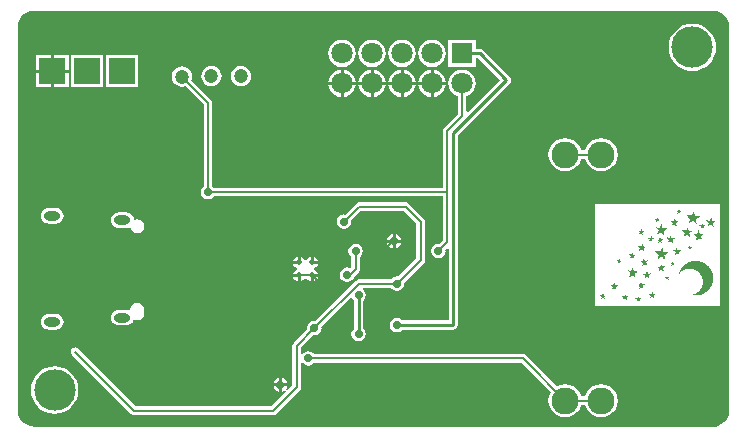
<source format=gbl>
G04 Layer_Physical_Order=2*
G04 Layer_Color=11436288*
%FSLAX24Y24*%
%MOIN*%
G70*
G01*
G75*
%ADD27C,0.0079*%
%ADD28C,0.0100*%
%ADD29C,0.0083*%
%ADD30R,0.0709X0.0709*%
%ADD31C,0.0709*%
%ADD32C,0.0900*%
%ADD33O,0.0551X0.0315*%
%ADD34R,0.0886X0.0886*%
%ADD35C,0.0472*%
%ADD36C,0.0276*%
%ADD37C,0.1378*%
%ADD38C,0.0197*%
G36*
X27068Y17759D02*
X27114Y17754D01*
X27206Y17742D01*
X27335Y17689D01*
X27446Y17604D01*
X27531Y17493D01*
X27585Y17363D01*
X27597Y17271D01*
X27602Y17225D01*
X27599Y17224D01*
Y17224D01*
X27599Y17178D01*
Y17178D01*
X27602Y4478D01*
X27599Y4429D01*
Y4429D01*
Y4429D01*
X27597Y4380D01*
X27597Y4380D01*
X27585Y4290D01*
X27531Y4161D01*
X27446Y4050D01*
X27335Y3965D01*
X27245Y3927D01*
X27197Y3914D01*
X27197D01*
X27197Y3914D01*
X27151Y3897D01*
X4428Y3895D01*
X4428Y3895D01*
X4382Y3899D01*
X4290Y3911D01*
X4161Y3965D01*
X4050Y4050D01*
X3965Y4161D01*
X3911Y4290D01*
X3900Y4379D01*
X3893Y4428D01*
X3897Y4429D01*
X3897Y4429D01*
X3897Y4476D01*
X3895Y17225D01*
X3895Y17225D01*
X3899Y17271D01*
X3911Y17363D01*
X3965Y17493D01*
X4050Y17604D01*
X4161Y17689D01*
X4290Y17742D01*
X4381Y17754D01*
X4430Y17756D01*
X4478Y17756D01*
X27021Y17759D01*
X27068Y17759D01*
X27068Y17759D01*
D02*
G37*
%LPC*%
G36*
X16387Y10310D02*
X16344Y10301D01*
X16266Y10248D01*
X16213Y10170D01*
X16204Y10127D01*
X16387D01*
Y10310D01*
D02*
G37*
G36*
X16487D02*
Y10127D01*
X16670D01*
X16661Y10170D01*
X16608Y10248D01*
X16530Y10301D01*
X16487Y10310D01*
D02*
G37*
G36*
X7500Y11039D02*
X7264D01*
X7197Y11030D01*
X7134Y11004D01*
X7080Y10963D01*
X7039Y10909D01*
X7013Y10847D01*
X7004Y10780D01*
X7013Y10712D01*
X7039Y10650D01*
X7080Y10596D01*
X7134Y10555D01*
X7197Y10529D01*
X7264Y10520D01*
X7500D01*
X7567Y10529D01*
X7597Y10541D01*
X7653Y10513D01*
X7659Y10482D01*
X7710Y10407D01*
X7785Y10356D01*
X7874Y10338D01*
X7963Y10356D01*
X8038Y10407D01*
X8089Y10482D01*
X8106Y10571D01*
X8089Y10660D01*
X8038Y10735D01*
X7963Y10786D01*
X7874Y10803D01*
X7809Y10790D01*
X7759Y10818D01*
X7754Y10825D01*
X7751Y10847D01*
X7725Y10909D01*
X7684Y10963D01*
X7630Y11004D01*
X7567Y11030D01*
X7500Y11039D01*
D02*
G37*
G36*
X13651Y9562D02*
X13623Y9557D01*
X13558Y9513D01*
X13514Y9448D01*
X13510Y9427D01*
X13459D01*
X13455Y9448D01*
X13411Y9513D01*
X13345Y9557D01*
X13318Y9562D01*
Y9370D01*
X13268D01*
Y9320D01*
X13075D01*
X13081Y9293D01*
X13125Y9227D01*
X13190Y9183D01*
X13211Y9179D01*
Y9128D01*
X13190Y9124D01*
X13125Y9080D01*
X13081Y9014D01*
X13075Y8987D01*
X13268D01*
Y8937D01*
X13318D01*
Y8745D01*
X13345Y8750D01*
X13411Y8794D01*
X13455Y8860D01*
X13459Y8880D01*
X13510D01*
X13514Y8860D01*
X13558Y8794D01*
X13623Y8750D01*
X13651Y8745D01*
Y8937D01*
X13701D01*
Y8987D01*
X13893D01*
X13888Y9014D01*
X13844Y9080D01*
X13778Y9124D01*
X13757Y9128D01*
Y9179D01*
X13778Y9183D01*
X13844Y9227D01*
X13888Y9293D01*
X13893Y9320D01*
X13701D01*
Y9370D01*
X13651D01*
Y9562D01*
D02*
G37*
G36*
X16387Y10027D02*
X16204D01*
X16213Y9984D01*
X16266Y9906D01*
X16344Y9853D01*
X16387Y9844D01*
Y10027D01*
D02*
G37*
G36*
X16670D02*
X16487D01*
Y9844D01*
X16530Y9853D01*
X16608Y9906D01*
X16661Y9984D01*
X16670Y10027D01*
D02*
G37*
G36*
X14651Y15289D02*
X14249D01*
X14258Y15220D01*
X14304Y15109D01*
X14377Y15015D01*
X14472Y14942D01*
X14582Y14896D01*
X14651Y14887D01*
Y15289D01*
D02*
G37*
G36*
X15152D02*
X14751D01*
Y14887D01*
X14819Y14896D01*
X14930Y14942D01*
X15025Y15015D01*
X15098Y15109D01*
X15143Y15220D01*
X15152Y15289D01*
D02*
G37*
G36*
X15651D02*
X15249D01*
X15258Y15220D01*
X15304Y15109D01*
X15377Y15015D01*
X15472Y14942D01*
X15582Y14896D01*
X15651Y14887D01*
Y15289D01*
D02*
G37*
G36*
X5157Y11181D02*
X4921D01*
X4854Y11172D01*
X4791Y11146D01*
X4738Y11105D01*
X4696Y11051D01*
X4670Y10988D01*
X4662Y10921D01*
X4670Y10854D01*
X4696Y10791D01*
X4738Y10738D01*
X4791Y10696D01*
X4854Y10670D01*
X4921Y10662D01*
X5157D01*
X5225Y10670D01*
X5287Y10696D01*
X5341Y10738D01*
X5382Y10791D01*
X5408Y10854D01*
X5417Y10921D01*
X5408Y10988D01*
X5382Y11051D01*
X5341Y11105D01*
X5287Y11146D01*
X5225Y11172D01*
X5157Y11181D01*
D02*
G37*
G36*
X23336Y13513D02*
X23193Y13494D01*
X23059Y13439D01*
X22944Y13351D01*
X22856Y13236D01*
X22801Y13102D01*
X22672D01*
X22617Y13236D01*
X22528Y13351D01*
X22414Y13439D01*
X22280Y13494D01*
X22136Y13513D01*
X21993Y13494D01*
X21859Y13439D01*
X21744Y13351D01*
X21656Y13236D01*
X21600Y13102D01*
X21581Y12958D01*
X21600Y12815D01*
X21656Y12681D01*
X21744Y12566D01*
X21859Y12478D01*
X21993Y12422D01*
X22136Y12404D01*
X22280Y12422D01*
X22414Y12478D01*
X22528Y12566D01*
X22617Y12681D01*
X22672Y12814D01*
X22801D01*
X22856Y12681D01*
X22944Y12566D01*
X23059Y12478D01*
X23193Y12422D01*
X23336Y12404D01*
X23480Y12422D01*
X23614Y12478D01*
X23728Y12566D01*
X23817Y12681D01*
X23872Y12815D01*
X23891Y12958D01*
X23872Y13102D01*
X23817Y13236D01*
X23728Y13351D01*
X23614Y13439D01*
X23480Y13494D01*
X23336Y13513D01*
D02*
G37*
G36*
X19155Y16793D02*
X18246D01*
Y15884D01*
X19155D01*
Y16186D01*
X19228D01*
X19961Y15453D01*
X18891Y14383D01*
X18845Y14402D01*
Y14907D01*
X18930Y14942D01*
X19025Y15015D01*
X19098Y15109D01*
X19143Y15220D01*
X19159Y15339D01*
X19143Y15457D01*
X19098Y15568D01*
X19025Y15663D01*
X18930Y15735D01*
X18819Y15781D01*
X18701Y15797D01*
X18582Y15781D01*
X18472Y15735D01*
X18377Y15663D01*
X18304Y15568D01*
X18258Y15457D01*
X18243Y15339D01*
X18258Y15220D01*
X18304Y15109D01*
X18377Y15015D01*
X18472Y14942D01*
X18557Y14907D01*
Y14307D01*
X18112Y13862D01*
X18081Y13816D01*
X18070Y13760D01*
Y11857D01*
X10426D01*
X10408Y11884D01*
X10380Y11902D01*
Y14693D01*
X10369Y14748D01*
X10338Y14795D01*
X9683Y15450D01*
X9694Y15475D01*
X9706Y15563D01*
X9694Y15651D01*
X9660Y15732D01*
X9606Y15803D01*
X9536Y15857D01*
X9454Y15890D01*
X9366Y15902D01*
X9279Y15890D01*
X9197Y15857D01*
X9127Y15803D01*
X9073Y15732D01*
X9039Y15651D01*
X9027Y15563D01*
X9039Y15475D01*
X9073Y15393D01*
X9127Y15323D01*
X9197Y15269D01*
X9279Y15235D01*
X9366Y15224D01*
X9454Y15235D01*
X9480Y15246D01*
X10092Y14633D01*
Y11902D01*
X10065Y11884D01*
X10012Y11805D01*
X9994Y11713D01*
X10012Y11620D01*
X10065Y11541D01*
X10143Y11489D01*
X10236Y11470D01*
X10329Y11489D01*
X10408Y11541D01*
X10426Y11568D01*
X18070D01*
Y10105D01*
X17946Y9980D01*
X17913Y9987D01*
X17821Y9968D01*
X17742Y9916D01*
X17689Y9837D01*
X17671Y9744D01*
X17689Y9651D01*
X17742Y9573D01*
X17821Y9520D01*
X17913Y9502D01*
X18006Y9520D01*
X18085Y9573D01*
X18137Y9651D01*
X18156Y9744D01*
X18149Y9776D01*
X18206Y9833D01*
X18253Y9814D01*
Y7436D01*
X16719D01*
X16707Y7455D01*
X16628Y7507D01*
X16535Y7526D01*
X16443Y7507D01*
X16364Y7455D01*
X16311Y7376D01*
X16293Y7283D01*
X16311Y7191D01*
X16364Y7112D01*
X16443Y7059D01*
X16535Y7041D01*
X16628Y7059D01*
X16707Y7112D01*
X16719Y7131D01*
X18406D01*
X18464Y7142D01*
X18514Y7175D01*
X18547Y7225D01*
X18558Y7283D01*
Y11594D01*
Y13618D01*
X20285Y15345D01*
X20318Y15394D01*
X20330Y15453D01*
X20318Y15511D01*
X20285Y15561D01*
X19399Y16447D01*
X19350Y16480D01*
X19291Y16492D01*
X19155D01*
Y16793D01*
D02*
G37*
G36*
X13751Y9562D02*
Y9420D01*
X13893D01*
X13888Y9448D01*
X13844Y9513D01*
X13778Y9557D01*
X13751Y9562D01*
D02*
G37*
G36*
X12700Y5523D02*
Y5340D01*
X12883D01*
X12874Y5383D01*
X12821Y5461D01*
X12743Y5514D01*
X12700Y5523D01*
D02*
G37*
G36*
X5157Y7646D02*
X4921D01*
X4854Y7637D01*
X4791Y7611D01*
X4738Y7569D01*
X4696Y7516D01*
X4670Y7453D01*
X4662Y7386D01*
X4670Y7319D01*
X4696Y7256D01*
X4738Y7202D01*
X4791Y7161D01*
X4854Y7135D01*
X4921Y7126D01*
X5157D01*
X5225Y7135D01*
X5287Y7161D01*
X5341Y7202D01*
X5382Y7256D01*
X5408Y7319D01*
X5417Y7386D01*
X5408Y7453D01*
X5382Y7516D01*
X5341Y7569D01*
X5287Y7611D01*
X5225Y7637D01*
X5157Y7646D01*
D02*
G37*
G36*
X7874Y8028D02*
X7785Y8010D01*
X7710Y7960D01*
X7659Y7884D01*
X7643Y7801D01*
X7635Y7792D01*
X7592Y7768D01*
X7567Y7778D01*
X7500Y7787D01*
X7264D01*
X7197Y7778D01*
X7134Y7752D01*
X7080Y7711D01*
X7039Y7657D01*
X7013Y7595D01*
X7004Y7528D01*
X7013Y7460D01*
X7039Y7398D01*
X7080Y7344D01*
X7134Y7303D01*
X7197Y7277D01*
X7264Y7268D01*
X7500D01*
X7567Y7277D01*
X7630Y7303D01*
X7684Y7344D01*
X7725Y7398D01*
X7739Y7433D01*
X7781Y7460D01*
X7801Y7459D01*
X7874Y7445D01*
X7963Y7462D01*
X8038Y7513D01*
X8089Y7588D01*
X8106Y7677D01*
Y7795D01*
X8089Y7884D01*
X8038Y7960D01*
X7963Y8010D01*
X7874Y8028D01*
D02*
G37*
G36*
X5118Y5911D02*
X4963Y5896D01*
X4815Y5851D01*
X4678Y5777D01*
X4558Y5679D01*
X4459Y5559D01*
X4386Y5422D01*
X4341Y5273D01*
X4325Y5118D01*
X4341Y4963D01*
X4386Y4815D01*
X4459Y4678D01*
X4558Y4558D01*
X4678Y4459D01*
X4815Y4386D01*
X4963Y4341D01*
X5118Y4325D01*
X5273Y4341D01*
X5422Y4386D01*
X5559Y4459D01*
X5679Y4558D01*
X5777Y4678D01*
X5851Y4815D01*
X5896Y4963D01*
X5911Y5118D01*
X5896Y5273D01*
X5851Y5422D01*
X5777Y5559D01*
X5679Y5679D01*
X5559Y5777D01*
X5422Y5851D01*
X5273Y5896D01*
X5118Y5911D01*
D02*
G37*
G36*
X12600Y5240D02*
X12417D01*
X12426Y5197D01*
X12479Y5119D01*
X12557Y5066D01*
X12600Y5057D01*
Y5240D01*
D02*
G37*
G36*
Y5523D02*
X12557Y5514D01*
X12479Y5461D01*
X12426Y5383D01*
X12417Y5340D01*
X12600D01*
Y5523D01*
D02*
G37*
G36*
X16831Y11365D02*
X15256D01*
X15201Y11354D01*
X15154Y11322D01*
X14796Y10964D01*
X14764Y10971D01*
X14671Y10952D01*
X14592Y10900D01*
X14540Y10821D01*
X14521Y10728D01*
X14540Y10636D01*
X14592Y10557D01*
X14671Y10504D01*
X14764Y10486D01*
X14857Y10504D01*
X14935Y10557D01*
X14988Y10636D01*
X15006Y10728D01*
X15000Y10761D01*
X15316Y11076D01*
X16771D01*
X17179Y10669D01*
Y9509D01*
X16568Y8897D01*
X16535Y8904D01*
X16443Y8885D01*
X16364Y8833D01*
X16346Y8806D01*
X15255D01*
X15200Y8795D01*
X15153Y8763D01*
X13811Y7421D01*
X13780Y7427D01*
X13687Y7409D01*
X13608Y7356D01*
X13556Y7278D01*
X13537Y7185D01*
X13543Y7153D01*
X13087Y6696D01*
X13056Y6650D01*
X13045Y6594D01*
Y5276D01*
X12870Y5102D01*
X12834Y5131D01*
X12833Y5133D01*
X12832Y5133D01*
X12831Y5133D01*
X12838Y5144D01*
X12838Y5144D01*
X12874Y5197D01*
X12883Y5240D01*
X12700D01*
Y5057D01*
X12743Y5066D01*
X12796Y5102D01*
Y5102D01*
X12807Y5109D01*
X12807Y5108D01*
X12807Y5107D01*
X12809Y5106D01*
X12838Y5070D01*
X12342Y4573D01*
X7835D01*
X5909Y6500D01*
X5862Y6531D01*
X5807Y6542D01*
X5752Y6531D01*
X5705Y6500D01*
X5674Y6453D01*
X5663Y6398D01*
X5674Y6342D01*
X5705Y6296D01*
X7674Y4327D01*
X7720Y4296D01*
X7776Y4285D01*
X12402D01*
X12457Y4296D01*
X12503Y4327D01*
X13291Y5115D01*
X13322Y5161D01*
X13333Y5217D01*
Y6022D01*
X13383Y6037D01*
X13409Y5999D01*
X13487Y5946D01*
X13580Y5928D01*
X13673Y5946D01*
X13751Y5999D01*
X13770Y6026D01*
X20665D01*
X21656Y5035D01*
X21600Y4902D01*
X21581Y4758D01*
X21600Y4615D01*
X21656Y4481D01*
X21744Y4366D01*
X21859Y4278D01*
X21993Y4222D01*
X22136Y4204D01*
X22280Y4222D01*
X22414Y4278D01*
X22528Y4366D01*
X22617Y4481D01*
X22672Y4614D01*
X22801D01*
X22856Y4481D01*
X22944Y4366D01*
X23059Y4278D01*
X23193Y4222D01*
X23336Y4204D01*
X23480Y4222D01*
X23614Y4278D01*
X23728Y4366D01*
X23817Y4481D01*
X23872Y4615D01*
X23891Y4758D01*
X23872Y4902D01*
X23817Y5036D01*
X23728Y5151D01*
X23614Y5239D01*
X23480Y5294D01*
X23336Y5313D01*
X23193Y5294D01*
X23059Y5239D01*
X22944Y5151D01*
X22856Y5036D01*
X22801Y4902D01*
X22672D01*
X22617Y5036D01*
X22528Y5151D01*
X22414Y5239D01*
X22280Y5294D01*
X22136Y5313D01*
X21993Y5294D01*
X21859Y5239D01*
X20826Y6272D01*
X20780Y6303D01*
X20724Y6314D01*
X13770D01*
X13751Y6341D01*
X13673Y6394D01*
X13580Y6412D01*
X13487Y6394D01*
X13409Y6341D01*
X13383Y6303D01*
X13333Y6318D01*
Y6535D01*
X13747Y6949D01*
X13780Y6943D01*
X13872Y6961D01*
X13951Y7014D01*
X14004Y7092D01*
X14022Y7185D01*
X14015Y7218D01*
X14985Y8188D01*
X15036Y8168D01*
X15084Y8096D01*
X15103Y8084D01*
Y7172D01*
X15084Y7160D01*
X15032Y7081D01*
X15013Y6988D01*
X15032Y6895D01*
X15084Y6817D01*
X15163Y6764D01*
X15256Y6746D01*
X15349Y6764D01*
X15427Y6817D01*
X15480Y6895D01*
X15498Y6988D01*
X15480Y7081D01*
X15427Y7160D01*
X15409Y7172D01*
Y8084D01*
X15427Y8096D01*
X15480Y8175D01*
X15498Y8268D01*
X15480Y8360D01*
X15427Y8439D01*
X15385Y8467D01*
X15400Y8517D01*
X16346D01*
X16364Y8490D01*
X16443Y8437D01*
X16535Y8419D01*
X16628Y8437D01*
X16707Y8490D01*
X16759Y8569D01*
X16778Y8661D01*
X16771Y8694D01*
X17425Y9347D01*
X17456Y9394D01*
X17467Y9449D01*
Y10728D01*
X17456Y10783D01*
X17425Y10830D01*
X16933Y11322D01*
X16886Y11354D01*
X16831Y11365D01*
D02*
G37*
G36*
X15157Y9987D02*
X15065Y9968D01*
X14986Y9916D01*
X14933Y9837D01*
X14915Y9744D01*
X14933Y9651D01*
X14986Y9573D01*
X15015Y9553D01*
Y9212D01*
X14972Y9169D01*
X14955Y9181D01*
X14862Y9199D01*
X14769Y9181D01*
X14691Y9128D01*
X14638Y9049D01*
X14620Y8957D01*
X14638Y8864D01*
X14691Y8785D01*
X14769Y8733D01*
X14862Y8714D01*
X14955Y8733D01*
X15034Y8785D01*
X15086Y8864D01*
X15091Y8886D01*
X15258Y9053D01*
X15289Y9099D01*
X15300Y9154D01*
Y9553D01*
X15329Y9573D01*
X15381Y9651D01*
X15400Y9744D01*
X15381Y9837D01*
X15329Y9916D01*
X15250Y9968D01*
X15157Y9987D01*
D02*
G37*
G36*
X13218Y9562D02*
X13190Y9557D01*
X13125Y9513D01*
X13081Y9448D01*
X13075Y9420D01*
X13218D01*
Y9562D01*
D02*
G37*
G36*
X27315Y11304D02*
X23148D01*
Y7914D01*
X27315D01*
Y11304D01*
D02*
G37*
G36*
X13218Y8887D02*
X13075D01*
X13081Y8860D01*
X13125Y8794D01*
X13190Y8750D01*
X13218Y8745D01*
Y8887D01*
D02*
G37*
G36*
X13893D02*
X13751D01*
Y8745D01*
X13778Y8750D01*
X13844Y8794D01*
X13888Y8860D01*
X13893Y8887D01*
D02*
G37*
G36*
X16751Y15790D02*
Y15389D01*
X17152D01*
X17143Y15457D01*
X17098Y15568D01*
X17025Y15663D01*
X16930Y15735D01*
X16819Y15781D01*
X16751Y15790D01*
D02*
G37*
G36*
X17651D02*
X17582Y15781D01*
X17472Y15735D01*
X17377Y15663D01*
X17304Y15568D01*
X17258Y15457D01*
X17249Y15389D01*
X17651D01*
Y15790D01*
D02*
G37*
G36*
X17751D02*
Y15389D01*
X18152D01*
X18143Y15457D01*
X18098Y15568D01*
X18025Y15663D01*
X17930Y15735D01*
X17819Y15781D01*
X17751Y15790D01*
D02*
G37*
G36*
X15651D02*
X15582Y15781D01*
X15472Y15735D01*
X15377Y15663D01*
X15304Y15568D01*
X15258Y15457D01*
X15249Y15389D01*
X15651D01*
Y15790D01*
D02*
G37*
G36*
X15751D02*
Y15389D01*
X16152D01*
X16143Y15457D01*
X16098Y15568D01*
X16025Y15663D01*
X15930Y15735D01*
X15819Y15781D01*
X15751Y15790D01*
D02*
G37*
G36*
X16651D02*
X16582Y15781D01*
X16472Y15735D01*
X16377Y15663D01*
X16304Y15568D01*
X16258Y15457D01*
X16249Y15389D01*
X16651D01*
Y15790D01*
D02*
G37*
G36*
X26378Y17328D02*
X26223Y17313D01*
X26075Y17268D01*
X25938Y17195D01*
X25817Y17096D01*
X25719Y16976D01*
X25646Y16839D01*
X25600Y16690D01*
X25585Y16535D01*
X25600Y16381D01*
X25646Y16232D01*
X25719Y16095D01*
X25817Y15975D01*
X25938Y15876D01*
X26075Y15803D01*
X26223Y15758D01*
X26378Y15743D01*
X26533Y15758D01*
X26681Y15803D01*
X26818Y15876D01*
X26939Y15975D01*
X27037Y16095D01*
X27110Y16232D01*
X27156Y16381D01*
X27171Y16535D01*
X27156Y16690D01*
X27110Y16839D01*
X27037Y16976D01*
X26939Y17096D01*
X26818Y17195D01*
X26681Y17268D01*
X26533Y17313D01*
X26378Y17328D01*
D02*
G37*
G36*
X15701Y16797D02*
X15582Y16781D01*
X15472Y16735D01*
X15377Y16663D01*
X15304Y16568D01*
X15258Y16457D01*
X15243Y16339D01*
X15258Y16220D01*
X15304Y16109D01*
X15377Y16015D01*
X15472Y15942D01*
X15582Y15896D01*
X15701Y15880D01*
X15819Y15896D01*
X15930Y15942D01*
X16025Y16015D01*
X16098Y16109D01*
X16143Y16220D01*
X16159Y16339D01*
X16143Y16457D01*
X16098Y16568D01*
X16025Y16663D01*
X15930Y16735D01*
X15819Y16781D01*
X15701Y16797D01*
D02*
G37*
G36*
X16701D02*
X16582Y16781D01*
X16472Y16735D01*
X16377Y16663D01*
X16304Y16568D01*
X16258Y16457D01*
X16243Y16339D01*
X16258Y16220D01*
X16304Y16109D01*
X16377Y16015D01*
X16472Y15942D01*
X16582Y15896D01*
X16701Y15880D01*
X16819Y15896D01*
X16930Y15942D01*
X17025Y16015D01*
X17098Y16109D01*
X17143Y16220D01*
X17159Y16339D01*
X17143Y16457D01*
X17098Y16568D01*
X17025Y16663D01*
X16930Y16735D01*
X16819Y16781D01*
X16701Y16797D01*
D02*
G37*
G36*
X17701D02*
X17582Y16781D01*
X17472Y16735D01*
X17377Y16663D01*
X17304Y16568D01*
X17258Y16457D01*
X17243Y16339D01*
X17258Y16220D01*
X17304Y16109D01*
X17377Y16015D01*
X17472Y15942D01*
X17582Y15896D01*
X17701Y15880D01*
X17819Y15896D01*
X17930Y15942D01*
X18025Y16015D01*
X18098Y16109D01*
X18143Y16220D01*
X18159Y16339D01*
X18143Y16457D01*
X18098Y16568D01*
X18025Y16663D01*
X17930Y16735D01*
X17819Y16781D01*
X17701Y16797D01*
D02*
G37*
G36*
X4991Y16291D02*
X4498D01*
Y15798D01*
X4991D01*
Y16291D01*
D02*
G37*
G36*
X5584D02*
X5091D01*
Y15798D01*
X5584D01*
Y16291D01*
D02*
G37*
G36*
X14701Y16797D02*
X14582Y16781D01*
X14472Y16735D01*
X14377Y16663D01*
X14304Y16568D01*
X14258Y16457D01*
X14243Y16339D01*
X14258Y16220D01*
X14304Y16109D01*
X14377Y16015D01*
X14472Y15942D01*
X14582Y15896D01*
X14701Y15880D01*
X14819Y15896D01*
X14930Y15942D01*
X15025Y16015D01*
X15098Y16109D01*
X15143Y16220D01*
X15159Y16339D01*
X15143Y16457D01*
X15098Y16568D01*
X15025Y16663D01*
X14930Y16735D01*
X14819Y16781D01*
X14701Y16797D01*
D02*
G37*
G36*
X17651Y15289D02*
X17249D01*
X17258Y15220D01*
X17304Y15109D01*
X17377Y15015D01*
X17472Y14942D01*
X17582Y14896D01*
X17651Y14887D01*
Y15289D01*
D02*
G37*
G36*
X18152D02*
X17751D01*
Y14887D01*
X17819Y14896D01*
X17930Y14942D01*
X18025Y15015D01*
X18098Y15109D01*
X18143Y15220D01*
X18152Y15289D01*
D02*
G37*
G36*
X4991Y15698D02*
X4498D01*
Y15205D01*
X4991D01*
Y15698D01*
D02*
G37*
G36*
X16152Y15289D02*
X15751D01*
Y14887D01*
X15819Y14896D01*
X15930Y14942D01*
X16025Y15015D01*
X16098Y15109D01*
X16143Y15220D01*
X16152Y15289D01*
D02*
G37*
G36*
X16651D02*
X16249D01*
X16258Y15220D01*
X16304Y15109D01*
X16377Y15015D01*
X16472Y14942D01*
X16582Y14896D01*
X16651Y14887D01*
Y15289D01*
D02*
G37*
G36*
X17152D02*
X16751D01*
Y14887D01*
X16819Y14896D01*
X16930Y14942D01*
X17025Y15015D01*
X17098Y15109D01*
X17143Y15220D01*
X17152Y15289D01*
D02*
G37*
G36*
X5584Y15698D02*
X5091D01*
Y15205D01*
X5584D01*
Y15698D01*
D02*
G37*
G36*
X11326Y15912D02*
X11239Y15900D01*
X11157Y15867D01*
X11087Y15813D01*
X11033Y15742D01*
X10999Y15661D01*
X10987Y15573D01*
X10999Y15485D01*
X11033Y15403D01*
X11087Y15333D01*
X11157Y15279D01*
X11239Y15245D01*
X11326Y15234D01*
X11414Y15245D01*
X11496Y15279D01*
X11566Y15333D01*
X11620Y15403D01*
X11654Y15485D01*
X11666Y15573D01*
X11654Y15661D01*
X11620Y15742D01*
X11566Y15813D01*
X11496Y15867D01*
X11414Y15900D01*
X11326Y15912D01*
D02*
G37*
G36*
X14651Y15790D02*
X14582Y15781D01*
X14472Y15735D01*
X14377Y15663D01*
X14304Y15568D01*
X14258Y15457D01*
X14249Y15389D01*
X14651D01*
Y15790D01*
D02*
G37*
G36*
X14751D02*
Y15389D01*
X15152D01*
X15143Y15457D01*
X15098Y15568D01*
X15025Y15663D01*
X14930Y15735D01*
X14819Y15781D01*
X14751Y15790D01*
D02*
G37*
G36*
X6744Y16291D02*
X5658D01*
Y15205D01*
X6744D01*
Y16291D01*
D02*
G37*
G36*
X7903D02*
X6817D01*
Y15205D01*
X7903D01*
Y16291D01*
D02*
G37*
G36*
X10346Y15912D02*
X10259Y15900D01*
X10177Y15867D01*
X10107Y15813D01*
X10053Y15742D01*
X10019Y15661D01*
X10007Y15573D01*
X10019Y15485D01*
X10053Y15403D01*
X10107Y15333D01*
X10177Y15279D01*
X10259Y15245D01*
X10346Y15234D01*
X10434Y15245D01*
X10516Y15279D01*
X10586Y15333D01*
X10640Y15403D01*
X10674Y15485D01*
X10686Y15573D01*
X10674Y15661D01*
X10640Y15742D01*
X10586Y15813D01*
X10516Y15867D01*
X10434Y15900D01*
X10346Y15912D01*
D02*
G37*
%LPD*%
G36*
X24413Y9146D02*
X24417Y9128D01*
X24421Y9113D01*
X24424Y9095D01*
X24428Y9088D01*
X24432Y9084D01*
X24439Y9080D01*
X24446D01*
X24468Y9073D01*
X24486Y9070D01*
X24508D01*
X24523Y9066D01*
X24537D01*
X24545Y9062D01*
X24548D01*
X24545Y9059D01*
X24541Y9055D01*
X24523Y9040D01*
X24508Y9029D01*
X24501Y9026D01*
X24464Y9004D01*
X24450Y8993D01*
X24446Y8989D01*
X24453Y8975D01*
X24457Y8957D01*
X24461Y8938D01*
X24464Y8935D01*
Y8931D01*
X24468Y8913D01*
X24472Y8902D01*
Y8887D01*
Y8880D01*
X24468Y8884D01*
X24461Y8887D01*
X24439Y8902D01*
X24421Y8916D01*
X24417Y8924D01*
X24413D01*
X24377Y8957D01*
X24289Y8898D01*
X24282Y8895D01*
X24275D01*
Y8898D01*
Y8906D01*
X24282Y8924D01*
X24289Y8946D01*
X24293Y8949D01*
Y8953D01*
X24315Y9011D01*
X24220Y9099D01*
X24348Y9095D01*
X24373Y9153D01*
X24381Y9168D01*
X24388Y9179D01*
X24395Y9193D01*
X24399Y9197D01*
X24413Y9146D01*
D02*
G37*
G36*
X25729Y9379D02*
X25737Y9368D01*
X25744Y9361D01*
X25747Y9358D01*
X25751Y9354D01*
X25798D01*
X25795Y9350D01*
X25788Y9343D01*
X25784Y9339D01*
X25780Y9336D01*
X25769Y9325D01*
X25766Y9321D01*
X25762Y9314D01*
Y9306D01*
Y9299D01*
X25766Y9292D01*
Y9288D01*
X25769Y9277D01*
Y9270D01*
X25766Y9266D01*
X25762D01*
X25751Y9274D01*
X25744Y9277D01*
X25729Y9285D01*
X25718D01*
X25715Y9281D01*
X25707Y9277D01*
Y9274D01*
X25696Y9263D01*
X25685Y9259D01*
X25682D01*
X25678Y9263D01*
X25682Y9274D01*
Y9281D01*
X25685Y9296D01*
Y9306D01*
Y9310D01*
X25642Y9339D01*
X25667Y9350D01*
X25689Y9358D01*
X25700Y9368D01*
X25707Y9379D01*
X25711Y9383D01*
X25718Y9409D01*
X25729Y9379D01*
D02*
G37*
G36*
X24865Y9073D02*
X24873Y9062D01*
X24880Y9048D01*
X24884Y9044D01*
Y9040D01*
X24898Y8993D01*
X25008Y9004D01*
X24927Y8931D01*
X24942Y8891D01*
X24949Y8869D01*
X24953Y8855D01*
X24956Y8851D01*
Y8847D01*
X24949D01*
X24935Y8855D01*
X24924Y8862D01*
X24916Y8865D01*
X24876Y8891D01*
X24854Y8876D01*
X24847Y8869D01*
X24840Y8865D01*
Y8862D01*
X24825Y8851D01*
X24814Y8840D01*
X24800Y8833D01*
X24792D01*
X24814Y8920D01*
X24807Y8931D01*
X24792Y8942D01*
X24782Y8953D01*
X24774Y8957D01*
X24730Y8982D01*
X24778Y8989D01*
X24803Y8993D01*
X24818D01*
X24825Y8997D01*
X24829D01*
X24833Y9008D01*
X24840Y9022D01*
X24843Y9033D01*
Y9040D01*
X24847Y9055D01*
Y9062D01*
X24854Y9077D01*
X24858Y9080D01*
X24862D01*
X24865Y9073D01*
D02*
G37*
G36*
X25339Y9314D02*
X25347Y9303D01*
X25350Y9292D01*
X25354Y9285D01*
X25372Y9234D01*
X25481Y9245D01*
X25449Y9212D01*
X25430Y9193D01*
X25416Y9186D01*
X25412Y9183D01*
X25408D01*
X25405Y9179D01*
Y9172D01*
X25412Y9150D01*
X25419Y9124D01*
X25423Y9117D01*
Y9113D01*
X25441Y9070D01*
X25427Y9077D01*
X25412Y9088D01*
X25398Y9095D01*
X25383Y9102D01*
X25379Y9106D01*
X25350Y9124D01*
X25328Y9110D01*
X25317Y9102D01*
X25314Y9099D01*
X25310Y9095D01*
X25285Y9077D01*
X25270Y9070D01*
X25263Y9066D01*
Y9073D01*
X25266Y9088D01*
X25270Y9102D01*
X25274Y9110D01*
X25277Y9135D01*
X25281Y9153D01*
X25277Y9161D01*
Y9164D01*
X25266Y9175D01*
X25248Y9190D01*
X25234Y9197D01*
X25226Y9201D01*
X25212Y9208D01*
X25208Y9215D01*
Y9219D01*
X25212Y9223D01*
X25230D01*
X25259Y9226D01*
X25281Y9230D01*
X25292Y9234D01*
X25295D01*
X25306Y9245D01*
X25310Y9259D01*
X25317Y9270D01*
Y9274D01*
X25321Y9288D01*
X25325Y9299D01*
X25332Y9314D01*
X25336Y9317D01*
X25339Y9314D01*
D02*
G37*
G36*
X24388Y9696D02*
X24392Y9686D01*
X24395Y9675D01*
Y9671D01*
X24399Y9653D01*
X24402Y9642D01*
X24406Y9635D01*
X24410Y9631D01*
X24421Y9627D01*
X24435Y9624D01*
X24446Y9620D01*
X24453D01*
X24490Y9616D01*
X24417Y9576D01*
X24424Y9540D01*
X24428Y9522D01*
Y9507D01*
X24432Y9500D01*
Y9496D01*
Y9492D01*
X24424Y9496D01*
X24417Y9500D01*
X24413Y9503D01*
X24395Y9522D01*
X24381Y9529D01*
X24377Y9532D01*
X24359D01*
X24344Y9525D01*
X24333Y9522D01*
X24330Y9518D01*
X24311Y9511D01*
X24300Y9507D01*
X24297D01*
Y9514D01*
X24300Y9525D01*
X24304Y9536D01*
X24308Y9540D01*
X24326Y9580D01*
X24260Y9638D01*
X24348Y9627D01*
X24362Y9667D01*
X24373Y9686D01*
X24377Y9696D01*
X24384Y9700D01*
X24388Y9696D01*
D02*
G37*
G36*
X25868Y9871D02*
Y9868D01*
X25871Y9853D01*
X25875Y9839D01*
X25879Y9828D01*
X25882Y9820D01*
X25897Y9788D01*
X25995D01*
X25926Y9718D01*
X25959Y9631D01*
X25952Y9635D01*
X25937Y9642D01*
X25926Y9649D01*
X25919Y9653D01*
X25875Y9682D01*
X25857Y9667D01*
X25850Y9660D01*
X25842Y9653D01*
Y9649D01*
X25820Y9635D01*
X25809Y9627D01*
X25802Y9624D01*
X25798Y9627D01*
Y9642D01*
X25802Y9653D01*
Y9656D01*
X25817Y9707D01*
X25809Y9718D01*
X25798Y9729D01*
X25784Y9737D01*
X25780Y9740D01*
X25769Y9748D01*
X25758Y9755D01*
X25751Y9762D01*
X25747Y9766D01*
X25755Y9769D01*
X25769Y9773D01*
X25780Y9777D01*
X25788D01*
X25835Y9784D01*
X25846Y9824D01*
X25850Y9842D01*
X25857Y9857D01*
X25860Y9864D01*
Y9868D01*
X25864Y9875D01*
X25868D01*
Y9871D01*
D02*
G37*
G36*
X24814Y9430D02*
X24924Y9434D01*
X24840Y9365D01*
X24858Y9317D01*
X24869Y9296D01*
X24873Y9285D01*
Y9277D01*
X24862D01*
X24851Y9285D01*
X24836Y9288D01*
X24833Y9292D01*
X24811Y9303D01*
X24800Y9310D01*
X24792D01*
X24782Y9306D01*
X24767Y9299D01*
X24752Y9288D01*
X24749Y9285D01*
X24730Y9270D01*
X24720Y9263D01*
X24712Y9259D01*
X24709Y9266D01*
X24712Y9277D01*
X24716Y9288D01*
Y9296D01*
X24723Y9321D01*
Y9339D01*
Y9347D01*
Y9350D01*
X24716Y9365D01*
X24705Y9376D01*
X24690Y9383D01*
X24687Y9387D01*
X24669Y9398D01*
X24658Y9405D01*
X24654Y9412D01*
Y9416D01*
X24661D01*
X24676Y9419D01*
X24745D01*
X24778Y9525D01*
X24814Y9430D01*
D02*
G37*
G36*
X23954Y9467D02*
X23958Y9452D01*
X23961Y9441D01*
X23965Y9434D01*
X23969D01*
X23980Y9430D01*
X23994Y9427D01*
X24016D01*
X24020Y9423D01*
Y9419D01*
X24012D01*
X24005Y9412D01*
X23998Y9409D01*
X23987Y9401D01*
X23980Y9390D01*
X23976Y9387D01*
Y9383D01*
X23972Y9372D01*
X23976Y9361D01*
X23980Y9354D01*
Y9350D01*
X23983Y9339D01*
Y9336D01*
X23972D01*
X23961Y9347D01*
X23958Y9350D01*
X23936Y9368D01*
X23907Y9354D01*
X23892Y9347D01*
X23885Y9343D01*
X23881D01*
X23878Y9347D01*
X23881Y9354D01*
X23885Y9361D01*
X23892Y9376D01*
X23896Y9383D01*
Y9390D01*
X23892Y9398D01*
X23885Y9405D01*
X23881Y9412D01*
X23878D01*
X23867Y9423D01*
X23863Y9427D01*
X23867Y9430D01*
X23870Y9434D01*
X23914D01*
X23921Y9441D01*
X23929Y9452D01*
X23932Y9463D01*
X23936Y9467D01*
X23950Y9500D01*
X23954Y9467D01*
D02*
G37*
G36*
X24162Y8246D02*
X24213D01*
X24224Y8242D01*
X24227Y8238D01*
X24224Y8235D01*
X24217Y8228D01*
X24213Y8224D01*
X24209Y8220D01*
X24195Y8213D01*
X24187Y8202D01*
X24184Y8198D01*
Y8195D01*
Y8180D01*
Y8166D01*
X24187Y8155D01*
Y8147D01*
X24191Y8136D01*
Y8129D01*
X24187Y8126D01*
X24184Y8129D01*
X24180Y8133D01*
X24155Y8151D01*
X24140Y8158D01*
X24133Y8162D01*
X24114D01*
X24100Y8155D01*
X24089Y8151D01*
X24085Y8147D01*
X24067Y8136D01*
X24060Y8133D01*
X24056D01*
X24082Y8202D01*
X24023Y8253D01*
X24107D01*
X24122Y8290D01*
X24133Y8308D01*
X24140Y8315D01*
X24144Y8319D01*
X24162Y8246D01*
D02*
G37*
G36*
X23418Y8311D02*
X23426Y8290D01*
X23429Y8279D01*
X23433Y8271D01*
X23437Y8268D01*
X23447Y8264D01*
X23458Y8260D01*
X23488D01*
X23495Y8257D01*
Y8253D01*
X23491Y8249D01*
X23477Y8238D01*
X23473Y8235D01*
X23469D01*
X23451Y8224D01*
X23444Y8213D01*
Y8206D01*
Y8202D01*
X23451Y8180D01*
X23455Y8169D01*
Y8166D01*
X23458Y8140D01*
X23396Y8187D01*
X23367Y8169D01*
X23353Y8158D01*
X23342Y8155D01*
X23338Y8151D01*
X23334Y8158D01*
X23338Y8169D01*
X23342Y8180D01*
X23345Y8184D01*
X23360Y8224D01*
X23298Y8275D01*
X23378D01*
X23407Y8348D01*
X23418Y8311D01*
D02*
G37*
G36*
X26524Y9424D02*
X26539Y9423D01*
X26551D01*
X26562Y9422D01*
X26570Y9421D01*
X26574Y9420D01*
X26576D01*
X26608Y9413D01*
X26638Y9406D01*
X26668Y9396D01*
X26696Y9386D01*
X26723Y9374D01*
X26748Y9362D01*
X26771Y9350D01*
X26793Y9338D01*
X26811Y9326D01*
X26829Y9315D01*
X26843Y9304D01*
X26855Y9295D01*
X26865Y9287D01*
X26872Y9282D01*
X26877Y9278D01*
X26878Y9277D01*
X26901Y9255D01*
X26922Y9232D01*
X26941Y9208D01*
X26959Y9185D01*
X26974Y9161D01*
X26989Y9137D01*
X27001Y9114D01*
X27012Y9092D01*
X27022Y9071D01*
X27031Y9052D01*
X27037Y9035D01*
X27043Y9021D01*
X27047Y9009D01*
X27051Y9000D01*
X27052Y8995D01*
X27053Y8992D01*
X27058Y8969D01*
X27060Y8960D01*
X27061Y8951D01*
X27063Y8943D01*
X27064Y8938D01*
Y8934D01*
Y8933D01*
X27065Y8922D01*
Y8909D01*
X27066Y8894D01*
Y8881D01*
X27067Y8868D01*
Y8857D01*
Y8852D01*
Y8849D01*
Y8848D01*
Y8847D01*
Y8826D01*
Y8808D01*
X27066Y8793D01*
Y8781D01*
Y8773D01*
X27065Y8766D01*
Y8762D01*
Y8761D01*
X27061Y8741D01*
X27059Y8731D01*
X27058Y8722D01*
X27056Y8715D01*
X27055Y8709D01*
X27054Y8705D01*
Y8704D01*
X27044Y8672D01*
X27032Y8643D01*
X27020Y8614D01*
X27007Y8587D01*
X26993Y8562D01*
X26978Y8539D01*
X26964Y8517D01*
X26950Y8497D01*
X26937Y8480D01*
X26924Y8464D01*
X26913Y8451D01*
X26903Y8440D01*
X26895Y8432D01*
X26889Y8425D01*
X26884Y8421D01*
X26883Y8420D01*
X26859Y8400D01*
X26835Y8381D01*
X26810Y8365D01*
X26786Y8350D01*
X26761Y8337D01*
X26736Y8325D01*
X26713Y8314D01*
X26690Y8305D01*
X26669Y8297D01*
X26649Y8291D01*
X26632Y8285D01*
X26617Y8281D01*
X26605Y8278D01*
X26596Y8276D01*
X26590Y8274D01*
X26588D01*
X26573Y8272D01*
X26555Y8271D01*
X26540Y8269D01*
X26525D01*
X26511Y8268D01*
X26470D01*
X26452Y8269D01*
X26434Y8270D01*
X26420Y8272D01*
X26408Y8273D01*
X26399Y8274D01*
X26394Y8275D01*
X26391D01*
X26378Y8278D01*
X26367Y8279D01*
X26363Y8280D01*
X26360Y8281D01*
X26358D01*
X26353Y8282D01*
X26349Y8283D01*
X26344Y8284D01*
X26341Y8285D01*
Y8286D01*
X26344Y8287D01*
X26348Y8288D01*
X26350D01*
X26354Y8290D01*
X26361Y8292D01*
X26376Y8296D01*
X26383Y8297D01*
X26389Y8299D01*
X26394Y8301D01*
X26395D01*
X26417Y8306D01*
X26438Y8314D01*
X26459Y8322D01*
X26478Y8331D01*
X26494Y8339D01*
X26506Y8345D01*
X26511Y8349D01*
X26514Y8351D01*
X26516Y8352D01*
X26517D01*
X26540Y8366D01*
X26560Y8381D01*
X26577Y8396D01*
X26593Y8409D01*
X26605Y8420D01*
X26612Y8428D01*
X26618Y8434D01*
X26620Y8436D01*
X26632Y8451D01*
X26643Y8466D01*
X26653Y8479D01*
X26660Y8491D01*
X26667Y8502D01*
X26671Y8509D01*
X26675Y8514D01*
X26676Y8516D01*
X26690Y8546D01*
X26696Y8562D01*
X26702Y8576D01*
X26706Y8588D01*
X26708Y8597D01*
X26711Y8603D01*
X26712Y8605D01*
X26717Y8625D01*
X26719Y8634D01*
X26720Y8640D01*
X26723Y8647D01*
Y8651D01*
X26724Y8655D01*
Y8656D01*
X26725Y8666D01*
Y8676D01*
X26726Y8698D01*
Y8708D01*
Y8716D01*
Y8721D01*
Y8723D01*
Y8745D01*
X26725Y8766D01*
X26724Y8784D01*
X26723Y8798D01*
X26720Y8810D01*
X26719Y8819D01*
X26718Y8824D01*
Y8826D01*
X26714Y8842D01*
X26708Y8858D01*
X26703Y8873D01*
X26696Y8887D01*
X26691Y8901D01*
X26687Y8910D01*
X26683Y8917D01*
X26682Y8918D01*
Y8919D01*
X26663Y8955D01*
X26641Y8987D01*
X26630Y9001D01*
X26618Y9015D01*
X26607Y9027D01*
X26597Y9038D01*
X26586Y9048D01*
X26577Y9057D01*
X26569Y9065D01*
X26562Y9071D01*
X26555Y9075D01*
X26551Y9079D01*
X26549Y9081D01*
X26548Y9082D01*
X26531Y9093D01*
X26515Y9104D01*
X26481Y9121D01*
X26447Y9136D01*
X26417Y9145D01*
X26402Y9150D01*
X26390Y9153D01*
X26378Y9156D01*
X26369Y9159D01*
X26361Y9160D01*
X26355Y9161D01*
X26351Y9162D01*
X26350D01*
X26329Y9164D01*
X26308Y9166D01*
X26268D01*
X26232Y9162D01*
X26214Y9160D01*
X26199Y9157D01*
X26185Y9154D01*
X26172Y9151D01*
X26160Y9148D01*
X26151Y9145D01*
X26143Y9142D01*
X26137Y9141D01*
X26134Y9139D01*
X26132D01*
X26113Y9131D01*
X26094Y9121D01*
X26060Y9102D01*
X26029Y9081D01*
X26015Y9070D01*
X26002Y9060D01*
X25990Y9050D01*
X25980Y9040D01*
X25972Y9033D01*
X25964Y9025D01*
X25959Y9020D01*
X25954Y9015D01*
X25952Y9012D01*
X25951Y9011D01*
X25931Y8989D01*
X25927Y8984D01*
X25925Y8981D01*
X25924Y8980D01*
X25937Y9023D01*
X25946Y9047D01*
X25954Y9069D01*
X25963Y9089D01*
X25972Y9106D01*
X25978Y9120D01*
X25985Y9131D01*
X25987Y9136D01*
X25989Y9139D01*
X25990Y9140D01*
Y9141D01*
X26002Y9161D01*
X26015Y9180D01*
X26029Y9198D01*
X26041Y9213D01*
X26052Y9226D01*
X26060Y9236D01*
X26066Y9243D01*
X26067Y9245D01*
X26068D01*
X26088Y9263D01*
X26107Y9282D01*
X26128Y9297D01*
X26148Y9313D01*
X26167Y9327D01*
X26187Y9339D01*
X26206Y9350D01*
X26223Y9360D01*
X26240Y9368D01*
X26255Y9376D01*
X26268Y9381D01*
X26280Y9387D01*
X26289Y9391D01*
X26296Y9394D01*
X26301Y9396D01*
X26302D01*
X26326Y9403D01*
X26351Y9410D01*
X26375Y9415D01*
X26399Y9419D01*
X26446Y9423D01*
X26467Y9424D01*
X26488Y9425D01*
X26506D01*
X26524Y9424D01*
D02*
G37*
G36*
X24607Y8184D02*
X24687Y8195D01*
X24621Y8140D01*
X24636Y8111D01*
X24643Y8093D01*
X24647Y8082D01*
Y8074D01*
X24639D01*
X24632Y8078D01*
X24621Y8082D01*
X24618Y8085D01*
X24585Y8107D01*
X24570Y8096D01*
X24563Y8089D01*
X24559Y8085D01*
Y8082D01*
X24541Y8071D01*
X24530Y8067D01*
X24526Y8064D01*
Y8071D01*
X24530Y8082D01*
X24534Y8093D01*
Y8096D01*
X24537Y8115D01*
Y8126D01*
Y8133D01*
X24530Y8140D01*
X24519Y8151D01*
X24512Y8155D01*
X24508Y8158D01*
X24475Y8177D01*
X24512Y8180D01*
X24530Y8184D01*
X24541D01*
X24548Y8187D01*
X24552Y8198D01*
X24559Y8209D01*
X24563Y8224D01*
X24566Y8228D01*
X24574Y8257D01*
X24607Y8184D01*
D02*
G37*
G36*
X23790Y8698D02*
X23794Y8690D01*
X23797Y8672D01*
X23801Y8654D01*
X23805Y8650D01*
Y8647D01*
X23808Y8632D01*
X23816Y8625D01*
X23819Y8618D01*
X23827Y8614D01*
X23837Y8610D01*
X23878D01*
X23888Y8607D01*
X23892D01*
X23914Y8599D01*
X23881Y8581D01*
X23856Y8567D01*
X23845Y8556D01*
X23837Y8552D01*
Y8548D01*
X23834Y8541D01*
Y8526D01*
X23837Y8516D01*
Y8512D01*
X23841Y8494D01*
X23845Y8479D01*
X23848Y8472D01*
Y8468D01*
X23852Y8461D01*
X23848Y8457D01*
X23841Y8461D01*
X23830Y8468D01*
X23812Y8479D01*
X23808Y8483D01*
X23805Y8486D01*
X23772Y8519D01*
X23728Y8490D01*
X23706Y8475D01*
X23695Y8468D01*
X23692D01*
Y8472D01*
Y8479D01*
X23699Y8501D01*
X23703Y8519D01*
X23706Y8523D01*
Y8526D01*
X23721Y8559D01*
X23648Y8629D01*
X23746Y8625D01*
X23768Y8669D01*
X23772Y8680D01*
X23779Y8690D01*
X23783Y8698D01*
X23790Y8701D01*
Y8698D01*
D02*
G37*
G36*
X25543Y8916D02*
X25547Y8906D01*
X25554Y8898D01*
X25558Y8891D01*
X25565Y8887D01*
X25620D01*
X25591Y8869D01*
X25583Y8862D01*
X25576Y8855D01*
Y8851D01*
Y8844D01*
X25580Y8833D01*
X25583Y8825D01*
Y8822D01*
X25587Y8807D01*
X25591Y8800D01*
Y8793D01*
X25587Y8796D01*
X25580Y8800D01*
X25572Y8803D01*
X25569D01*
X25554Y8811D01*
X25547Y8818D01*
X25540D01*
X25529Y8814D01*
X25525Y8811D01*
X25514Y8800D01*
X25503Y8796D01*
X25500D01*
X25496Y8800D01*
X25500Y8811D01*
Y8818D01*
Y8833D01*
Y8840D01*
Y8847D01*
X25485Y8858D01*
X25481Y8865D01*
X25478D01*
X25452Y8876D01*
X25481Y8880D01*
X25496Y8884D01*
X25503D01*
X25511Y8887D01*
X25514Y8895D01*
X25518Y8902D01*
X25521Y8909D01*
Y8913D01*
X25529Y8946D01*
X25543Y8916D01*
D02*
G37*
G36*
X25051Y8373D02*
X25055Y8362D01*
X25059Y8351D01*
Y8348D01*
X25062Y8333D01*
X25066Y8322D01*
X25069Y8315D01*
X25073Y8311D01*
X25095D01*
X25113Y8308D01*
X25124Y8304D01*
Y8297D01*
Y8293D01*
X25113Y8279D01*
X25110Y8275D01*
X25106D01*
X25091Y8264D01*
X25084Y8257D01*
Y8249D01*
Y8246D01*
Y8235D01*
Y8224D01*
X25088Y8217D01*
Y8213D01*
X25091Y8198D01*
Y8191D01*
Y8187D01*
X25084Y8191D01*
X25073Y8202D01*
X25062Y8209D01*
X25059Y8213D01*
X25033Y8235D01*
X25004Y8217D01*
X24986Y8206D01*
X24975Y8198D01*
X24967D01*
Y8206D01*
X24975Y8217D01*
X24978Y8228D01*
X24982Y8231D01*
X24997Y8264D01*
X24935Y8322D01*
X25018Y8319D01*
X25029Y8351D01*
X25037Y8366D01*
X25044Y8373D01*
X25048Y8377D01*
X25051Y8373D01*
D02*
G37*
G36*
X24672Y8701D02*
X24683Y8683D01*
X24687Y8676D01*
Y8672D01*
X24698Y8636D01*
X24796Y8647D01*
X24760Y8618D01*
X24741Y8599D01*
X24734Y8588D01*
X24730Y8581D01*
Y8577D01*
Y8567D01*
X24734Y8548D01*
X24738Y8537D01*
X24741Y8530D01*
X24756Y8490D01*
X24701Y8530D01*
X24690Y8537D01*
X24676D01*
X24665Y8534D01*
X24654Y8526D01*
X24643Y8519D01*
X24639Y8516D01*
X24625Y8497D01*
X24614Y8490D01*
X24610Y8486D01*
X24607Y8490D01*
X24610Y8505D01*
X24614Y8516D01*
Y8519D01*
X24618Y8541D01*
X24621Y8552D01*
Y8559D01*
Y8563D01*
X24614Y8574D01*
X24603Y8588D01*
X24588Y8596D01*
X24585Y8599D01*
X24541Y8625D01*
X24585Y8629D01*
X24607Y8632D01*
X24621Y8636D01*
X24628Y8639D01*
X24632D01*
X24639Y8650D01*
X24643Y8661D01*
X24647Y8676D01*
X24650Y8680D01*
X24658Y8698D01*
X24661Y8709D01*
X24669D01*
X24672Y8701D01*
D02*
G37*
G36*
X25376Y10586D02*
X25379Y10568D01*
X25383Y10553D01*
X25394Y10531D01*
X25398Y10524D01*
X25401Y10520D01*
X25416Y10513D01*
X25434Y10509D01*
X25507D01*
X25518Y10506D01*
X25521D01*
X25532Y10502D01*
Y10498D01*
Y10495D01*
Y10491D01*
X25521Y10484D01*
X25503Y10473D01*
X25489Y10466D01*
X25481Y10462D01*
X25419Y10422D01*
Y10418D01*
Y10407D01*
Y10400D01*
Y10396D01*
X25423Y10378D01*
X25427Y10364D01*
X25430Y10349D01*
Y10345D01*
X25441Y10302D01*
Y10287D01*
Y10280D01*
Y10276D01*
X25438Y10280D01*
X25430Y10287D01*
X25423Y10294D01*
X25419Y10298D01*
X25332Y10367D01*
X25226Y10312D01*
X25219Y10305D01*
X25212Y10302D01*
Y10305D01*
Y10312D01*
X25215Y10320D01*
Y10323D01*
X25259Y10433D01*
X25146Y10535D01*
X25299Y10524D01*
X25347Y10641D01*
X25357Y10659D01*
X25376Y10586D01*
D02*
G37*
G36*
X25215Y10859D02*
X25223Y10852D01*
X25226Y10848D01*
Y10845D01*
X25237Y10830D01*
X25241Y10823D01*
X25285D01*
X25288Y10819D01*
X25285Y10812D01*
X25277Y10801D01*
X25270Y10797D01*
X25263Y10790D01*
X25259Y10783D01*
Y10779D01*
Y10772D01*
Y10764D01*
X25263Y10757D01*
Y10754D01*
X25266Y10743D01*
Y10735D01*
Y10732D01*
X25263D01*
X25255Y10735D01*
X25252Y10739D01*
X25248D01*
X25237Y10746D01*
X25215D01*
X25208Y10743D01*
X25204Y10739D01*
X25201Y10735D01*
X25175Y10721D01*
Y10724D01*
Y10732D01*
Y10739D01*
Y10743D01*
Y10757D01*
Y10768D01*
Y10775D01*
X25172Y10783D01*
X25164Y10786D01*
X25161Y10790D01*
X25157D01*
X25146Y10801D01*
X25142Y10808D01*
X25146Y10812D01*
X25150Y10816D01*
X25182D01*
X25190Y10819D01*
X25197D01*
X25201Y10834D01*
Y10837D01*
Y10841D01*
X25204Y10856D01*
X25208Y10863D01*
X25212D01*
X25215Y10859D01*
D02*
G37*
G36*
X26250Y10455D02*
X26254Y10440D01*
X26258Y10433D01*
X26261Y10425D01*
X26269Y10422D01*
X26280Y10418D01*
X26291D01*
X26393Y10404D01*
X26283Y10338D01*
Y10334D01*
Y10323D01*
X26287Y10302D01*
X26291Y10283D01*
X26294Y10276D01*
Y10272D01*
X26298Y10254D01*
X26301Y10240D01*
Y10221D01*
Y10214D01*
Y10210D01*
X26291Y10218D01*
X26280Y10229D01*
X26265Y10240D01*
X26261Y10243D01*
X26240Y10261D01*
X26225Y10272D01*
X26218Y10276D01*
X26199D01*
X26178Y10269D01*
X26159Y10258D01*
X26156Y10254D01*
X26152D01*
X26134Y10247D01*
X26123Y10240D01*
X26105Y10232D01*
X26097Y10229D01*
Y10232D01*
Y10240D01*
X26101Y10243D01*
Y10247D01*
X26141Y10349D01*
X26039Y10440D01*
X26156Y10433D01*
X26163D01*
X26167Y10436D01*
X26170Y10440D01*
X26174D01*
X26181Y10455D01*
X26188Y10469D01*
X26192Y10484D01*
X26196Y10487D01*
X26225Y10549D01*
X26250Y10455D01*
D02*
G37*
G36*
X26735Y10622D02*
X26804D01*
X26801Y10615D01*
X26794Y10608D01*
X26786Y10597D01*
X26783Y10593D01*
X26757Y10571D01*
X26779Y10506D01*
X26772Y10509D01*
X26761Y10513D01*
X26746Y10517D01*
X26743Y10520D01*
X26713Y10538D01*
X26699Y10528D01*
X26692Y10524D01*
X26688Y10520D01*
Y10517D01*
X26673Y10506D01*
X26666Y10498D01*
X26655D01*
Y10502D01*
Y10506D01*
X26659Y10517D01*
X26662Y10528D01*
X26666Y10538D01*
Y10542D01*
Y10553D01*
Y10560D01*
Y10568D01*
X26659Y10575D01*
X26648Y10582D01*
X26637Y10586D01*
X26633Y10590D01*
X26604Y10611D01*
X26640Y10619D01*
X26659Y10622D01*
X26670D01*
X26677Y10626D01*
X26681D01*
X26684Y10633D01*
X26688Y10644D01*
X26692Y10655D01*
Y10659D01*
X26702Y10692D01*
X26735Y10622D01*
D02*
G37*
G36*
X26466Y10925D02*
X26575Y10910D01*
X26637Y10899D01*
X26568Y10859D01*
X26546Y10845D01*
X26531Y10834D01*
X26520Y10826D01*
X26517Y10823D01*
X26502Y10816D01*
X26498Y10808D01*
X26495Y10805D01*
Y10797D01*
X26498Y10786D01*
X26502Y10764D01*
X26506Y10743D01*
X26509Y10735D01*
Y10732D01*
X26513Y10713D01*
X26517Y10695D01*
X26524Y10673D01*
X26527Y10659D01*
Y10655D01*
Y10648D01*
X26520D01*
X26506Y10662D01*
X26484Y10681D01*
X26466Y10695D01*
X26462Y10703D01*
X26458D01*
X26411Y10739D01*
X26400Y10746D01*
X26396Y10754D01*
X26393D01*
X26272Y10681D01*
X26261Y10673D01*
X26258Y10670D01*
X26254D01*
Y10673D01*
Y10681D01*
X26258Y10688D01*
Y10692D01*
X26312Y10830D01*
X26250Y10885D01*
X26232Y10899D01*
X26218Y10914D01*
X26210Y10921D01*
X26203Y10929D01*
X26199Y10939D01*
X26203Y10943D01*
X26258D01*
X26272Y10939D01*
X26283D01*
X26312Y10936D01*
X26331Y10932D01*
X26345D01*
X26353Y10936D01*
X26360Y10939D01*
X26363Y10943D01*
X26393Y11016D01*
X26404Y11038D01*
X26411Y11056D01*
X26414Y11063D01*
X26418Y11071D01*
X26425Y11074D01*
X26466Y10925D01*
D02*
G37*
G36*
X25930Y11129D02*
X25933Y11114D01*
X25941Y11107D01*
X25944Y11100D01*
X25973D01*
X26006Y11096D01*
X25959Y11060D01*
X25970Y11031D01*
X25973Y11016D01*
Y11005D01*
Y11001D01*
X25966Y11005D01*
X25959Y11009D01*
X25952Y11012D01*
X25948Y11016D01*
X25922Y11034D01*
X25911Y11023D01*
X25908Y11016D01*
X25904Y11012D01*
X25893Y11001D01*
X25886Y10998D01*
X25879D01*
Y11005D01*
Y11009D01*
X25886Y11042D01*
X25882Y11052D01*
X25875Y11060D01*
X25868Y11067D01*
X25864Y11071D01*
X25835Y11089D01*
X25868Y11093D01*
X25882D01*
X25890Y11096D01*
X25897D01*
X25901Y11103D01*
X25904Y11114D01*
X25908Y11125D01*
Y11129D01*
X25919Y11154D01*
X25930Y11129D01*
D02*
G37*
G36*
X25824Y10743D02*
X25926Y10732D01*
X25839Y10677D01*
Y10670D01*
X25842Y10659D01*
X25846Y10644D01*
Y10641D01*
X25850Y10619D01*
X25853Y10600D01*
X25857Y10586D01*
Y10579D01*
Y10575D01*
X25853D01*
X25842Y10582D01*
X25831Y10593D01*
X25824Y10597D01*
X25798Y10619D01*
X25784Y10630D01*
X25777Y10633D01*
X25766Y10630D01*
X25751Y10622D01*
X25740Y10615D01*
X25733Y10611D01*
X25711Y10600D01*
X25700Y10597D01*
X25693Y10593D01*
Y10597D01*
Y10600D01*
X25700Y10619D01*
X25707Y10633D01*
X25711Y10641D01*
X25729Y10684D01*
X25649Y10754D01*
X25755Y10746D01*
X25795Y10841D01*
X25824Y10743D01*
D02*
G37*
G36*
X27012Y10867D02*
X27016Y10863D01*
X27020Y10845D01*
X27023Y10826D01*
X27027Y10823D01*
Y10819D01*
X27041Y10757D01*
X27078Y10754D01*
X27100Y10750D01*
X27151D01*
X27162Y10746D01*
X27165Y10743D01*
X27162Y10739D01*
X27158Y10735D01*
X27154Y10732D01*
X27151D01*
X27114Y10710D01*
X27100Y10699D01*
X27085Y10692D01*
X27071Y10681D01*
X27060Y10673D01*
Y10670D01*
X27067Y10648D01*
X27074Y10626D01*
X27078Y10615D01*
Y10611D01*
X27082Y10593D01*
X27085Y10582D01*
X27089Y10564D01*
Y10557D01*
Y10553D01*
X27078Y10560D01*
X27060Y10571D01*
X27045Y10586D01*
X27038Y10590D01*
X26994Y10633D01*
X26972Y10619D01*
X26950Y10608D01*
X26932Y10597D01*
X26917Y10590D01*
X26914Y10586D01*
X26881Y10568D01*
X26896Y10611D01*
X26928Y10684D01*
X26834Y10772D01*
X26965Y10764D01*
X26983Y10816D01*
X26990Y10830D01*
X26998Y10845D01*
X27005Y10859D01*
X27009Y10870D01*
X27012Y10867D01*
D02*
G37*
G36*
X24723Y9988D02*
X24727Y9970D01*
X24730Y9955D01*
X24734Y9952D01*
Y9948D01*
X24745Y9901D01*
X24847Y9893D01*
X24814Y9871D01*
X24789Y9857D01*
X24771Y9842D01*
X24763Y9839D01*
Y9835D01*
X24760Y9824D01*
X24763Y9806D01*
X24767Y9791D01*
Y9788D01*
Y9784D01*
X24774Y9762D01*
X24778Y9748D01*
Y9740D01*
Y9737D01*
Y9733D01*
X24774Y9737D01*
X24767Y9740D01*
X24763Y9744D01*
X24760D01*
X24745Y9755D01*
X24734Y9766D01*
X24727Y9773D01*
X24723Y9777D01*
X24712Y9788D01*
X24705Y9791D01*
X24698D01*
X24683Y9788D01*
X24665Y9780D01*
X24654Y9773D01*
X24647Y9769D01*
X24625Y9758D01*
X24614Y9751D01*
X24607D01*
X24643Y9839D01*
X24566Y9912D01*
X24679Y9908D01*
X24694Y9955D01*
X24701Y9970D01*
X24705Y9981D01*
X24712Y9995D01*
X24716Y9999D01*
X24723Y9988D01*
D02*
G37*
G36*
X25325Y10138D02*
X25398D01*
X25368Y10112D01*
X25357Y10101D01*
X25354Y10090D01*
X25350Y10083D01*
Y10079D01*
Y10068D01*
X25357Y10050D01*
X25361Y10035D01*
X25365Y10032D01*
Y10028D01*
Y10025D01*
Y10021D01*
X25354Y10025D01*
X25343Y10032D01*
X25336Y10035D01*
X25303Y10054D01*
X25285Y10043D01*
X25277Y10035D01*
X25274Y10032D01*
X25259Y10021D01*
X25248Y10014D01*
X25244D01*
Y10021D01*
Y10028D01*
X25248Y10039D01*
Y10043D01*
X25252Y10061D01*
Y10072D01*
Y10076D01*
Y10079D01*
X25244Y10090D01*
X25237Y10101D01*
X25226Y10105D01*
X25223Y10108D01*
X25193Y10127D01*
X25230Y10130D01*
X25244D01*
X25255Y10134D01*
X25263D01*
X25266Y10141D01*
X25274Y10152D01*
X25277Y10163D01*
Y10167D01*
X25292Y10207D01*
X25325Y10138D01*
D02*
G37*
G36*
X25379Y9868D02*
X25383Y9861D01*
X25387Y9850D01*
Y9846D01*
X25416Y9722D01*
X25580Y9700D01*
X25452Y9624D01*
X25449Y9620D01*
Y9613D01*
Y9609D01*
Y9605D01*
Y9591D01*
X25452Y9573D01*
X25456Y9554D01*
Y9551D01*
Y9547D01*
X25467Y9500D01*
X25470Y9485D01*
X25474Y9478D01*
X25478Y9471D01*
Y9463D01*
X25470D01*
X25463Y9467D01*
X25456Y9474D01*
X25434Y9492D01*
X25412Y9511D01*
X25408Y9514D01*
X25405Y9518D01*
X25354Y9565D01*
X25255Y9507D01*
X25230Y9489D01*
X25223Y9481D01*
Y9485D01*
Y9489D01*
Y9496D01*
X25226Y9507D01*
X25234Y9532D01*
X25241Y9554D01*
X25244Y9562D01*
Y9565D01*
X25270Y9631D01*
X25146Y9740D01*
X25255Y9733D01*
X25292Y9729D01*
X25303Y9726D01*
X25310Y9729D01*
X25314Y9733D01*
X25317D01*
X25321Y9740D01*
X25325Y9751D01*
X25336Y9773D01*
X25343Y9795D01*
X25347Y9799D01*
Y9802D01*
X25368Y9850D01*
X25376Y9864D01*
X25379Y9871D01*
Y9868D01*
D02*
G37*
G36*
X26301Y9926D02*
X26305Y9915D01*
X26312Y9908D01*
X26316Y9901D01*
X26323Y9897D01*
X26378D01*
X26327Y9853D01*
X26356Y9799D01*
X26298Y9831D01*
X26287Y9820D01*
X26280Y9813D01*
X26276D01*
X26265Y9802D01*
X26261Y9799D01*
X26258Y9795D01*
Y9799D01*
Y9806D01*
Y9813D01*
Y9817D01*
X26261Y9831D01*
Y9839D01*
Y9846D01*
X26258Y9853D01*
X26250Y9861D01*
X26243Y9868D01*
X26240Y9871D01*
X26214Y9890D01*
X26247Y9893D01*
X26258D01*
X26265Y9897D01*
X26272D01*
X26276Y9904D01*
X26280Y9912D01*
X26283Y9919D01*
Y9922D01*
X26291Y9952D01*
X26301Y9926D01*
D02*
G37*
G36*
X25667Y10269D02*
Y10265D01*
X25675Y10251D01*
X25678Y10232D01*
Y10229D01*
Y10225D01*
X25689Y10178D01*
X25762D01*
X25769Y10174D01*
X25780D01*
X25784Y10170D01*
Y10167D01*
X25777Y10163D01*
X25769Y10156D01*
X25758Y10148D01*
X25755Y10145D01*
X25737Y10134D01*
X25726Y10123D01*
X25718Y10116D01*
Y10112D01*
X25715Y10094D01*
X25718Y10072D01*
X25722Y10050D01*
Y10046D01*
Y10043D01*
X25729Y10014D01*
X25649Y10087D01*
X25605Y10057D01*
X25591Y10050D01*
X25580Y10043D01*
X25565Y10035D01*
X25562D01*
Y10039D01*
Y10043D01*
X25565Y10061D01*
X25569Y10076D01*
X25572Y10083D01*
X25591Y10127D01*
X25562Y10156D01*
X25543Y10174D01*
X25532Y10185D01*
X25525Y10189D01*
X25521Y10192D01*
X25518Y10196D01*
X25521Y10200D01*
X25532D01*
X25624Y10192D01*
X25642Y10240D01*
X25645Y10251D01*
X25653Y10261D01*
X25656Y10269D01*
X25664Y10272D01*
X25667Y10269D01*
D02*
G37*
G36*
X24687Y10466D02*
X24690Y10451D01*
X24694Y10444D01*
Y10440D01*
X24701Y10411D01*
X24782Y10404D01*
X24745Y10378D01*
X24734Y10371D01*
X24723Y10367D01*
X24716Y10356D01*
X24712Y10349D01*
Y10345D01*
X24716Y10334D01*
X24720Y10323D01*
X24723Y10312D01*
Y10309D01*
Y10298D01*
Y10294D01*
Y10291D01*
X24716Y10294D01*
X24705Y10302D01*
X24698Y10305D01*
X24694Y10309D01*
X24669Y10331D01*
X24632Y10312D01*
X24614Y10302D01*
X24603Y10298D01*
X24599D01*
X24628Y10367D01*
X24566Y10422D01*
X24647Y10415D01*
X24665Y10447D01*
X24672Y10466D01*
X24676Y10469D01*
X24683D01*
X24687Y10466D01*
D02*
G37*
G36*
X25018Y10243D02*
X25026Y10229D01*
Y10225D01*
Y10221D01*
X25029Y10207D01*
X25033Y10200D01*
X25037Y10192D01*
X25044Y10189D01*
X25055D01*
X25066Y10185D01*
X25069D01*
X25110Y10178D01*
X25080Y10159D01*
X25062Y10148D01*
X25051Y10141D01*
X25048Y10134D01*
Y10130D01*
Y10119D01*
Y10108D01*
X25051Y10097D01*
Y10094D01*
X25055Y10083D01*
Y10076D01*
X25051D01*
X25044Y10079D01*
X25033Y10087D01*
X25026Y10094D01*
X25000Y10112D01*
X24964Y10094D01*
X24953Y10087D01*
X24942Y10083D01*
X24935D01*
X24938Y10087D01*
Y10090D01*
X24949Y10116D01*
X24953Y10130D01*
X24956Y10138D01*
Y10141D01*
X24953Y10148D01*
X24946Y10156D01*
X24938Y10163D01*
X24935D01*
X24909Y10189D01*
X24986D01*
X25000Y10221D01*
X25008Y10240D01*
X25011Y10247D01*
X25015D01*
X25018Y10243D01*
D02*
G37*
G36*
X26586Y10433D02*
X26589Y10425D01*
X26600Y10407D01*
X26608Y10385D01*
X26611Y10378D01*
Y10374D01*
X26633Y10323D01*
X26775Y10331D01*
X26670Y10236D01*
X26713Y10116D01*
X26710D01*
X26702Y10119D01*
X26684Y10134D01*
X26666Y10145D01*
X26662Y10148D01*
X26659D01*
X26619Y10170D01*
X26600Y10178D01*
X26589Y10174D01*
X26571Y10163D01*
X26560Y10148D01*
X26553Y10145D01*
X26538Y10130D01*
X26524Y10123D01*
X26509Y10112D01*
X26498Y10108D01*
Y10112D01*
Y10119D01*
X26502Y10141D01*
X26506Y10163D01*
X26509Y10167D01*
Y10170D01*
X26524Y10229D01*
X26407Y10305D01*
X26476Y10312D01*
X26549Y10316D01*
X26564Y10382D01*
X26568Y10400D01*
X26571Y10415D01*
X26575Y10425D01*
X26579Y10433D01*
X26582Y10436D01*
X26586Y10433D01*
D02*
G37*
D27*
X14862Y8957D02*
X14961D01*
X15157Y9154D01*
Y9744D01*
D28*
X18701Y16339D02*
X19291D01*
X20177Y15453D01*
X18406Y13681D02*
X20177Y15453D01*
X18406Y11594D02*
Y13681D01*
X15256Y6988D02*
Y8268D01*
X16535Y7283D02*
X18406D01*
Y11594D01*
D29*
X14701Y15339D02*
X15701D01*
X14764Y10728D02*
X15256Y11220D01*
X16831D01*
X17323Y10728D01*
Y9449D02*
Y10728D01*
X16535Y8661D02*
X17323Y9449D01*
X13780Y7185D02*
Y7186D01*
X15255Y8661D02*
X16535D01*
X13780Y7186D02*
X15255Y8661D01*
X5807Y6398D02*
X7776Y4429D01*
X12402D01*
X13189Y5217D01*
Y6594D01*
X13780Y7185D01*
X15005Y8670D02*
X16412Y10077D01*
X16437D01*
X13968Y8670D02*
X15005D01*
X9366Y15563D02*
X10236Y14693D01*
Y11713D02*
Y14693D01*
X18214Y11713D02*
Y13760D01*
Y10045D02*
Y11713D01*
X10236D02*
X18214D01*
X17913Y9744D02*
X18214Y10045D01*
Y13760D02*
X18701Y14247D01*
Y15339D01*
X22136Y4758D02*
X23336D01*
X22136Y12958D02*
X23336D01*
X13268Y8937D02*
X13701D01*
X13580Y6170D02*
X20724D01*
X22136Y4758D01*
X12650Y5290D02*
Y7010D01*
X13701Y8061D01*
Y8937D01*
X13968Y8670D01*
D30*
X18701Y16339D02*
D03*
D31*
Y15339D02*
D03*
X17701Y16339D02*
D03*
Y15339D02*
D03*
X16701Y16339D02*
D03*
Y15339D02*
D03*
X15701Y16339D02*
D03*
Y15339D02*
D03*
X14701Y16339D02*
D03*
Y15339D02*
D03*
D32*
X22136Y12958D02*
D03*
X23336D02*
D03*
Y4758D02*
D03*
X22136D02*
D03*
D33*
X7382Y10780D02*
D03*
Y7528D02*
D03*
X5039Y10921D02*
D03*
Y7386D02*
D03*
D34*
X7360Y15748D02*
D03*
X6201D02*
D03*
X5041D02*
D03*
D35*
X9366Y15563D02*
D03*
X10346Y15573D02*
D03*
X11326D02*
D03*
D36*
X14862Y8957D02*
D03*
X15157Y9744D02*
D03*
X14764Y10728D02*
D03*
X16535Y8661D02*
D03*
X13780Y7185D02*
D03*
X10236Y11713D02*
D03*
X17913Y9744D02*
D03*
X16535Y7283D02*
D03*
X15256Y6988D02*
D03*
Y8268D02*
D03*
X13580Y6170D02*
D03*
X12650Y5290D02*
D03*
X16437Y10077D02*
D03*
D37*
X5118Y5118D02*
D03*
X26378Y16535D02*
D03*
D38*
X13268Y9370D02*
D03*
X13701D02*
D03*
X13268Y8937D02*
D03*
X13701D02*
D03*
M02*

</source>
